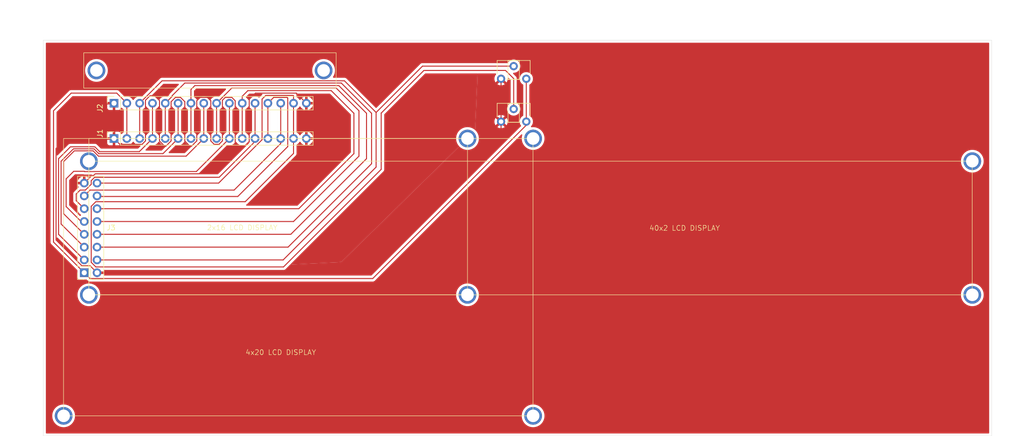
<source format=kicad_pcb>
(kicad_pcb (version 20240108) (generator "pcbnew") (generator_version "8.0")
  (layers (0 "F.Cu" signal) (31 "B.Cu" signal) (34 "B.Paste" user) (35 "F.Paste" user) (36 "B.SilkS" user "B.Silkscreen") (37 "F.SilkS" user "F.Silkscreen") (38 "B.Mask" user) (39 "F.Mask" user) (44 "Edge.Cuts" user))
  (net 0 "")
  (net 1 "GND")
  (net 2 "Net-(J1-Pin_6)")
  (net 3 "VDD")
  (net 4 "Net-(J1-Pin_10)")
  (net 5 "Net-(J1-Pin_9)")
  (net 6 "Net-(J1-Pin_14)")
  (net 7 "Net-(J1-Pin_15)")
  (net 8 "Net-(J1-Pin_11)")
  (net 9 "Net-(J1-Pin_5)")
  (net 10 "Net-(J1-Pin_12)")
  (net 11 "Net-(J1-Pin_8)")
  (net 12 "Net-(J1-Pin_7)")
  (net 13 "Net-(J1-Pin_3)")
  (net 14 "Net-(J1-Pin_4)")
  (net 15 "Net-(J1-Pin_13)")
  (footprint "Connector_PinSocket_2.54mm:PinSocket_2x08_P2.54mm_Vertical" (layer "F.Cu") (at 53.58 109.62 180)
    (property "Reference" "J3" (at -5.32 8.92 0) (layer "F.SilkS"))
    (property "Value" "Conn_02x08_Odd_Even" (hide yes))
    (fp_line (start 1.33 1.27) (end 1.33 19.11) (stroke (width 0.12)) (layer "F.SilkS"))
    (fp_line (start 1.33 -1.33) (end 1.33 0) (stroke (width 0.12)) (layer "F.SilkS"))
    (fp_line (start 0 -1.33) (end 1.33 -1.33) (stroke (width 0.12)) (layer "F.SilkS"))
    (fp_line (start -1.27 1.27) (end 1.33 1.27) (stroke (width 0.12)) (layer "F.SilkS"))
    (fp_line (start -1.27 -1.33) (end -1.27 1.27) (stroke (width 0.12)) (layer "F.SilkS"))
    (fp_line (start -3.87 19.11) (end 1.33 19.11) (stroke (width 0.12)) (layer "F.SilkS"))
    (fp_line (start -3.87 -1.33) (end -1.27 -1.33) (stroke (width 0.12)) (layer "F.SilkS"))
    (fp_line (start -3.87 -1.33) (end -3.87 19.11) (stroke (width 0.12)) (layer "F.SilkS"))
    (pad "1" thru_hole oval (at -2.54 0 180) (size 1.7 1.7) (drill 1) (layers "*.Cu" "*.Mask") (net 1 "GND"))
    (pad "2" thru_hole rect (at 0 0 180) (size 1.7 1.7) (drill 1) (layers "*.Cu" "*.Mask") (net 3 "VDD"))
    (pad "3" thru_hole oval (at -2.54 2.54 180) (size 1.7 1.7) (drill 1) (layers "*.Cu" "*.Mask") (net 13 "Net-(J1-Pin_3)"))
    (pad "4" thru_hole oval (at 0 2.54 180) (size 1.7 1.7) (drill 1) (layers "*.Cu" "*.Mask") (net 14 "Net-(J1-Pin_4)"))
    (pad "5" thru_hole oval (at -2.54 5.08 180) (size 1.7 1.7) (drill 1) (layers "*.Cu" "*.Mask") (net 9 "Net-(J1-Pin_5)"))
    (pad "6" thru_hole oval (at 0 5.08 180) (size 1.7 1.7) (drill 1) (layers "*.Cu" "*.Mask") (net 2 "Net-(J1-Pin_6)"))
    (pad "7" thru_hole oval (at -2.54 7.62 180) (size 1.7 1.7) (drill 1) (layers "*.Cu" "*.Mask") (net 12 "Net-(J1-Pin_7)"))
    (pad "8" thru_hole oval (at 0 7.62 180) (size 1.7 1.7) (drill 1) (layers "*.Cu" "*.Mask") (net 11 "Net-(J1-Pin_8)"))
    (pad "9" thru_hole oval (at -2.54 10.16 180) (size 1.7 1.7) (drill 1) (layers "*.Cu" "*.Mask") (net 5 "Net-(J1-Pin_9)"))
    (pad "10" thru_hole oval (at 0 10.16 180) (size 1.7 1.7) (drill 1) (layers "*.Cu" "*.Mask") (net 4 "Net-(J1-Pin_10)"))
    (pad "11" thru_hole oval (at -2.54 12.7 180) (size 1.7 1.7) (drill 1) (layers "*.Cu" "*.Mask") (net 8 "Net-(J1-Pin_11)"))
    (pad "12" thru_hole oval (at 0 12.7 180) (size 1.7 1.7) (drill 1) (layers "*.Cu" "*.Mask") (net 10 "Net-(J1-Pin_12)"))
    (pad "13" thru_hole oval (at -2.54 15.24 180) (size 1.7 1.7) (drill 1) (layers "*.Cu" "*.Mask") (net 15 "Net-(J1-Pin_13)"))
    (pad "14" thru_hole oval (at 0 15.24 180) (size 1.7 1.7) (drill 1) (layers "*.Cu" "*.Mask") (net 6 "Net-(J1-Pin_14)"))
    (pad "15" thru_hole oval (at -2.54 17.78 180) (size 1.7 1.7) (drill 1) (layers "*.Cu" "*.Mask") (net 7 "Net-(J1-Pin_15)"))
    (pad "16" thru_hole oval (at 0 17.78 180) (size 1.7 1.7) (drill 1) (layers "*.Cu" "*.Mask") (net 1 "GND"))
  )
  (footprint "Connector_PinSocket_2.54mm:PinSocket_1x16_P2.54mm_Vertical" (layer "F.Cu") (at 59.48 83 90)
    (property "Reference" "J1" (at 1 -2.77 90) (layer "F.SilkS"))
    (property "Value" "Conn_01x16_Pin" (hide yes))
    (fp_line (start 1.33 -1.33) (end 1.33 0) (stroke (width 0.12)) (layer "F.SilkS"))
    (fp_line (start 0 -1.33) (end 1.33 -1.33) (stroke (width 0.12)) (layer "F.SilkS"))
    (fp_line (start 1.33 1.27) (end 1.33 39.43) (stroke (width 0.12)) (layer "F.SilkS"))
    (fp_line (start -1.33 1.27) (end 1.33 1.27) (stroke (width 0.12)) (layer "F.SilkS"))
    (fp_line (start -1.33 1.27) (end -1.33 39.43) (stroke (width 0.12)) (layer "F.SilkS"))
    (fp_line (start -1.33 39.43) (end 1.33 39.43) (stroke (width 0.12)) (layer "F.SilkS"))
    (pad "1" thru_hole rect (at 0 0 90) (size 1.7 1.7) (drill 1) (layers "*.Cu" "*.Mask") (net 1 "GND"))
    (pad "2" thru_hole oval (at 0 2.54 90) (size 1.7 1.7) (drill 1) (layers "*.Cu" "*.Mask") (net 3 "VDD"))
    (pad "3" thru_hole oval (at 0 5.08 90) (size 1.7 1.7) (drill 1) (layers "*.Cu" "*.Mask") (net 13 "Net-(J1-Pin_3)"))
    (pad "4" thru_hole oval (at 0 7.62 90) (size 1.7 1.7) (drill 1) (layers "*.Cu" "*.Mask") (net 14 "Net-(J1-Pin_4)"))
    (pad "5" thru_hole oval (at 0 10.16 90) (size 1.7 1.7) (drill 1) (layers "*.Cu" "*.Mask") (net 9 "Net-(J1-Pin_5)"))
    (pad "6" thru_hole oval (at 0 12.7 90) (size 1.7 1.7) (drill 1) (layers "*.Cu" "*.Mask") (net 2 "Net-(J1-Pin_6)"))
    (pad "7" thru_hole oval (at 0 15.24 90) (size 1.7 1.7) (drill 1) (layers "*.Cu" "*.Mask") (net 12 "Net-(J1-Pin_7)"))
    (pad "8" thru_hole oval (at 0 17.78 90) (size 1.7 1.7) (drill 1) (layers "*.Cu" "*.Mask") (net 11 "Net-(J1-Pin_8)"))
    (pad "9" thru_hole oval (at 0 20.32 90) (size 1.7 1.7) (drill 1) (layers "*.Cu" "*.Mask") (net 5 "Net-(J1-Pin_9)"))
    (pad "10" thru_hole oval (at 0 22.86 90) (size 1.7 1.7) (drill 1) (layers "*.Cu" "*.Mask") (net 4 "Net-(J1-Pin_10)"))
    (pad "11" thru_hole oval (at 0 25.4 90) (size 1.7 1.7) (drill 1) (layers "*.Cu" "*.Mask") (net 8 "Net-(J1-Pin_11)"))
    (pad "12" thru_hole oval (at 0 27.94 90) (size 1.7 1.7) (drill 1) (layers "*.Cu" "*.Mask") (net 10 "Net-(J1-Pin_12)"))
    (pad "13" thru_hole oval (at 0 30.48 90) (size 1.7 1.7) (drill 1) (layers "*.Cu" "*.Mask") (net 15 "Net-(J1-Pin_13)"))
    (pad "14" thru_hole oval (at 0 33.02 90) (size 1.7 1.7) (drill 1) (layers "*.Cu" "*.Mask") (net 6 "Net-(J1-Pin_14)"))
    (pad "15" thru_hole oval (at 0 35.56 90) (size 1.7 1.7) (drill 1) (layers "*.Cu" "*.Mask") (net 7 "Net-(J1-Pin_15)"))
    (pad "16" thru_hole oval (at 0 38.1 90) (size 1.7 1.7) (drill 1) (layers "*.Cu" "*.Mask") (net 1 "GND"))
  )
  (footprint "Potentiometer_THT:Potentiometer_ACP_CA6-H2,5_Horizontal" (layer "F.Cu") (at 136.15 79.65 90)
    (property "Reference" "RV2" (hide yes))
    (property "Value" "10k")
    (fp_line (start 3.62 -0.77) (end 3.62 5.77) (stroke (width 0.12)) (layer "F.SilkS"))
    (fp_line (start 0.925 -0.77) (end 3.62 -0.77) (stroke (width 0.12)) (layer "F.SilkS"))
    (fp_line (start -0.121 1.066) (end -0.121 3.935) (stroke (width 0.12)) (layer "F.SilkS"))
    (fp_line (start 3.62 1.38) (end 3.62 3.62) (stroke (width 0.12)) (layer "F.SilkS"))
    (fp_line (start -0.121 1.38) (end 3.62 1.38) (stroke (width 0.12)) (layer "F.SilkS"))
    (fp_line (start -0.121 1.38) (end -0.121 3.62) (stroke (width 0.12)) (layer "F.SilkS"))
    (fp_line (start -0.121 3.62) (end 3.62 3.62) (stroke (width 0.12)) (layer "F.SilkS"))
    (fp_line (start 0.925 5.77) (end 3.62 5.77) (stroke (width 0.12)) (layer "F.SilkS"))
    (pad "1" thru_hole circle (at 0 0 90) (size 1.62 1.62) (drill 0.9) (layers "*.Cu" "*.Mask") (net 1 "GND"))
    (pad "2" thru_hole circle (at 2.5 2.5 90) (size 1.62 1.62) (drill 0.9) (layers "*.Cu" "*.Mask") (net 7 "Net-(J1-Pin_15)"))
    (pad "3" thru_hole circle (at 0 5 90) (size 1.62 1.62) (drill 0.9) (layers "*.Cu" "*.Mask") (net 3 "VDD"))
  )
  (footprint "Connector_PinSocket_2.54mm:PinSocket_1x16_P2.54mm_Vertical" (layer "F.Cu") (at 59.48 76 90)
    (property "Reference" "J2" (at -1 -2.77 90) (layer "F.SilkS"))
    (property "Value" "Conn_01x16_Pin" (hide yes))
    (fp_line (start 1.33 -1.33) (end 1.33 0) (stroke (width 0.12)) (layer "F.SilkS"))
    (fp_line (start 0 -1.33) (end 1.33 -1.33) (stroke (width 0.12)) (layer "F.SilkS"))
    (fp_line (start 1.33 1.27) (end 1.33 39.43) (stroke (width 0.12)) (layer "F.SilkS"))
    (fp_line (start -1.33 1.27) (end 1.33 1.27) (stroke (width 0.12)) (layer "F.SilkS"))
    (fp_line (start -1.33 1.27) (end -1.33 39.43) (stroke (width 0.12)) (layer "F.SilkS"))
    (fp_line (start -1.33 39.43) (end 1.33 39.43) (stroke (width 0.12)) (layer "F.SilkS"))
    (pad "1" thru_hole rect (at 0 0 90) (size 1.7 1.7) (drill 1) (layers "*.Cu" "*.Mask") (net 1 "GND"))
    (pad "2" thru_hole oval (at 0 2.54 90) (size 1.7 1.7) (drill 1) (layers "*.Cu" "*.Mask") (net 3 "VDD"))
    (pad "3" thru_hole oval (at 0 5.08 90) (size 1.7 1.7) (drill 1) (layers "*.Cu" "*.Mask") (net 13 "Net-(J1-Pin_3)"))
    (pad "4" thru_hole oval (at 0 7.62 90) (size 1.7 1.7) (drill 1) (layers "*.Cu" "*.Mask") (net 14 "Net-(J1-Pin_4)"))
    (pad "5" thru_hole oval (at 0 10.16 90) (size 1.7 1.7) (drill 1) (layers "*.Cu" "*.Mask") (net 9 "Net-(J1-Pin_5)"))
    (pad "6" thru_hole oval (at 0 12.7 90) (size 1.7 1.7) (drill 1) (layers "*.Cu" "*.Mask") (net 2 "Net-(J1-Pin_6)"))
    (pad "7" thru_hole oval (at 0 15.24 90) (size 1.7 1.7) (drill 1) (layers "*.Cu" "*.Mask") (net 12 "Net-(J1-Pin_7)"))
    (pad "8" thru_hole oval (at 0 17.78 90) (size 1.7 1.7) (drill 1) (layers "*.Cu" "*.Mask") (net 11 "Net-(J1-Pin_8)"))
    (pad "9" thru_hole oval (at 0 20.32 90) (size 1.7 1.7) (drill 1) (layers "*.Cu" "*.Mask") (net 5 "Net-(J1-Pin_9)"))
    (pad "10" thru_hole oval (at 0 22.86 90) (size 1.7 1.7) (drill 1) (layers "*.Cu" "*.Mask") (net 4 "Net-(J1-Pin_10)"))
    (pad "11" thru_hole oval (at 0 25.4 90) (size 1.7 1.7) (drill 1) (layers "*.Cu" "*.Mask") (net 8 "Net-(J1-Pin_11)"))
    (pad "12" thru_hole oval (at 0 27.94 90) (size 1.7 1.7) (drill 1) (layers "*.Cu" "*.Mask") (net 10 "Net-(J1-Pin_12)"))
    (pad "13" thru_hole oval (at 0 30.48 90) (size 1.7 1.7) (drill 1) (layers "*.Cu" "*.Mask") (net 15 "Net-(J1-Pin_13)"))
    (pad "14" thru_hole oval (at 0 33.02 90) (size 1.7 1.7) (drill 1) (layers "*.Cu" "*.Mask") (net 6 "Net-(J1-Pin_14)"))
    (pad "15" thru_hole oval (at 0 35.56 90) (size 1.7 1.7) (drill 1) (layers "*.Cu" "*.Mask") (net 7 "Net-(J1-Pin_15)"))
    (pad "16" thru_hole oval (at 0 38.1 90) (size 1.7 1.7) (drill 1) (layers "*.Cu" "*.Mask") (net 1 "GND"))
  )
  (footprint "Potentiometer_THT:Potentiometer_ACP_CA6-H2,5_Horizontal" (layer "F.Cu") (at 136.15 71.15 90)
    (property "Reference" "RV1" (hide yes))
    (property "Value" "10k")
    (fp_line (start 3.62 -0.77) (end 3.62 5.77) (stroke (width 0.12)) (layer "F.SilkS"))
    (fp_line (start 0.925 -0.77) (end 3.62 -0.77) (stroke (width 0.12)) (layer "F.SilkS"))
    (fp_line (start -0.121 1.066) (end -0.121 3.935) (stroke (width 0.12)) (layer "F.SilkS"))
    (fp_line (start 3.62 1.38) (end 3.62 3.62) (stroke (width 0.12)) (layer "F.SilkS"))
    (fp_line (start -0.121 1.38) (end 3.62 1.38) (stroke (width 0.12)) (layer "F.SilkS"))
    (fp_line (start -0.121 1.38) (end -0.121 3.62) (stroke (width 0.12)) (layer "F.SilkS"))
    (fp_line (start -0.121 3.62) (end 3.62 3.62) (stroke (width 0.12)) (layer "F.SilkS"))
    (fp_line (start 0.925 5.77) (end 3.62 5.77) (stroke (width 0.12)) (layer "F.SilkS"))
    (pad "1" thru_hole circle (at 0 0 90) (size 1.62 1.62) (drill 0.9) (layers "*.Cu" "*.Mask") (net 1 "GND"))
    (pad "2" thru_hole circle (at 2.5 2.5 90) (size 1.62 1.62) (drill 0.9) (layers "*.Cu" "*.Mask") (net 13 "Net-(J1-Pin_3)"))
    (pad "3" thru_hole circle (at 0 5 90) (size 1.62 1.62) (drill 0.9) (layers "*.Cu" "*.Mask") (net 3 "VDD"))
  )
  (gr_rect (start 54.5 83) (end 129.5 114) (stroke (width 0.1)) (fill none) (layer "F.SilkS"))
  (gr_rect (start 54.48 87.5) (end 229.48 114) (stroke (width 0.1)) (fill none) (layer "F.SilkS"))
  (gr_rect (start 53.48 66) (end 103.48 73) (stroke (width 0.1)) (fill none) (layer "F.SilkS"))
  (gr_rect (start 49.48 83) (end 142.48 138) (stroke (width 0.1)) (fill none) (layer "F.SilkS"))
  (gr_rect (start 45.48 63.5) (end 233.34 142) (stroke (width 0.05)) (fill none) (layer "Edge.Cuts"))
  (gr_text "40x2 LCD DISPLAY\n" (at 165.48 101.35 0) (layer "F.SilkS") (effects (font (size 1 1) (thickness 0.1)) (justify left bottom)))
  (gr_text "4x20 LCD DISPLAY\n" (at 85.48 126 0) (layer "F.SilkS") (effects (font (size 1 1) (thickness 0.1)) (justify left bottom)))
  (gr_text "2x16 LCD DISPLAY\n" (at 77.84 101.26 0) (layer "F.SilkS") (effects (font (size 1 1) (thickness 0.1)) (justify left bottom)))
  (via (at 229.5 87.5) (size 3.5) (drill 2.5) (layers "F.Cu" "B.Cu") (net 0))
  (via (at 54.5 87.5) (size 3.5) (drill 2.5) (layers "F.Cu" "B.Cu") (net 0))
  (via (at 229.5 114) (size 3.5) (drill 2.5) (layers "F.Cu" "B.Cu") (net 0))
  (via (at 49.5 138) (size 3.5) (drill 2.5) (layers "F.Cu" "B.Cu") (net 0))
  (via (at 101 69.5) (size 3.5) (drill 2.5) (layers "F.Cu" "B.Cu") (net 0))
  (via (at 142.5 83) (size 3.5) (drill 2.5) (layers "F.Cu" "B.Cu") (net 0))
  (via (at 54.5 114) (size 3.5) (drill 2.5) (layers "F.Cu" "B.Cu") (net 0))
  (via (at 142.5 138) (size 3.5) (drill 2.5) (layers "F.Cu" "B.Cu") (net 0))
  (via (at 56 69.5) (size 3.5) (drill 2.5) (layers "F.Cu" "B.Cu") (net 0))
  (via (at 129.5 114) (size 3.5) (drill 2.5) (layers "F.Cu" "B.Cu") (net 0))
  (via (at 129.5 83) (size 3.5) (drill 2.5) (layers "F.Cu" "B.Cu") (net 0))
  (segment (start 55.767968 90) (end 79.854314 90) (width 0.2) (layer "F.Cu") (net 1))
  (segment (start 55.07 90.35) (end 55.417968 90.35) (width 0.2) (layer "F.Cu") (net 1))
  (segment (start 86.27 75.23) (end 87.5 74) (width 0.2) (layer "F.Cu") (net 1))
  (segment (start 48 85) (end 48 103.126346) (width 0.2) (layer "F.Cu") (net 1))
  (segment (start 67.5 74.5) (end 66.625686 74.5) (width 0.2) (layer "F.Cu") (net 1))
  (segment (start 78.65 83.476346) (end 78.65 75.523654) (width 0.2) (layer "F.Cu") (net 1))
  (segment (start 65.71 75.415686) (end 65.71 83.476346) (width 0.2) (layer "F.Cu") (net 1))
  (segment (start 136.15 83.85) (end 110.38 109.62) (width 0.2) (layer "F.Cu") (net 1))
  (segment (start 72.656346 74.85) (end 71.65 74.85) (width 0.2) (layer "F.Cu") (net 1))
  (segment (start 78.65 75.523654) (end 77.976346 74.85) (width 0.2) (layer "F.Cu") (net 1))
  (segment (start 55.417968 90.35) (end 55.767968 90) (width 0.2) (layer "F.Cu") (net 1))
  (segment (start 95.58 74) (end 97.58 76) (width 0.2) (layer "F.Cu") (net 1))
  (segment (start 69.766346 84.5) (end 69.5 84.5) (width 0.2) (layer "F.Cu") (net 1))
  (segment (start 65.71 83.476346) (end 65.036346 84.15) (width 0.2) (layer "F.Cu") (net 1))
  (segment (start 75.87 83.476346) (end 74.846346 84.5) (width 0.2) (layer "F.Cu") (net 1))
  (segment (start 80.95 83.476346) (end 80.276346 84.15) (width 0.2) (layer "F.Cu") (net 1))
  (segment (start 79.854314 90) (end 84.677157 85.177157) (width 0.2) (layer "F.Cu") (net 1))
  (segment (start 87.5 74) (end 95.58 74) (width 0.2) (layer "F.Cu") (net 1))
  (segment (start 81.515686 74.85) (end 80.95 75.415686) (width 0.2) (layer "F.Cu") (net 1))
  (segment (start 59.48 83) (end 50 83) (width 0.2) (layer "F.Cu") (net 1))
  (segment (start 83.49 75.523654) (end 82.816346 74.85) (width 0.2) (layer "F.Cu") (net 1))
  (segment (start 71.65 74.85) (end 70.79 75.71) (width 0.2) (layer "F.Cu") (net 1))
  (segment (start 84.677157 85.177157) (end 83.49 83.99) (width 0.2) (layer "F.Cu") (net 1))
  (segment (start 136.15 79.65) (end 135.65 79.65) (width 0.2) (layer "F.Cu") (net 1))
  (segment (start 48 103.126346) (end 53.103654 108.23) (width 0.2) (layer "F.Cu") (net 1))
  (segment (start 55.417968 90.35) (end 55.35 90.35) (width 0.2) (layer "F.Cu") (net 1))
  (segment (start 50 83) (end 48 85) (width 0.2) (layer "F.Cu") (net 1))
  (segment (start 60.63 84.15) (end 59.48 83) (width 0.2) (layer "F.Cu") (net 1))
  (segment (start 83.49 83.99) (end 83.49 75.523654) (width 0.2) (layer "F.Cu") (net 1))
  (segment (start 80.95 75.415686) (end 80.95 83.476346) (width 0.2) (layer "F.Cu") (net 1))
  (segment (start 70.79 83.476346) (end 69.766346 84.5) (width 0.2) (layer "F.Cu") (net 1))
  (segment (start 79.323654 84.15) (end 78.65 83.476346) (width 0.2) (layer "F.Cu") (net 1))
  (segment (start 68.49 75.49) (end 67.5 74.5) (width 0.2) (layer "F.Cu") (net 1))
  (segment (start 84.677157 85.177157) (end 86.27 83.584314) (width 0.2) (layer "F.Cu") (net 1))
  (segment (start 74.5 84.5) (end 73.5 83.5) (width 0.2) (layer "F.Cu") (net 1))
  (segment (start 54.73 108.23) (end 56.12 109.62) (width 0.2) (layer "F.Cu") (net 1))
  (segment (start 75.87 75.523654) (end 75.87 83.476346) (width 0.2) (layer "F.Cu") (net 1))
  (segment (start 136.15 79.65) (end 136.15 83.85) (width 0.2) (layer "F.Cu") (net 1))
  (segment (start 69.5 84.5) (end 68.49 83.49) (width 0.2) (layer "F.Cu") (net 1))
  (segment (start 66.625686 74.5) (end 65.71 75.415686) (width 0.2) (layer "F.Cu") (net 1))
  (segment (start 73.5 75.693654) (end 72.656346 74.85) (width 0.2) (layer "F.Cu") (net 1))
  (segment (start 82.816346 74.85) (end 81.515686 74.85) (width 0.2) (layer "F.Cu") (net 1))
  (segment (start 70.79 75.71) (end 70.79 83.476346) (width 0.2) (layer "F.Cu") (net 1))
  (segment (start 73.5 83.5) (end 73.5 75.693654) (width 0.2) (layer "F.Cu") (net 1))
  (segment (start 86.27 83.584314) (end 86.27 75.23) (width 0.2) (layer "F.Cu") (net 1))
  (segment (start 80.276346 84.15) (end 79.323654 84.15) (width 0.2) (layer "F.Cu") (net 1))
  (segment (start 53.58 91.84) (end 55.07 90.35) (width 0.2) (layer "F.Cu") (net 1))
  (segment (start 68.49 83.49) (end 68.49 75.49) (width 0.2) (layer "F.Cu") (net 1))
  (segment (start 74.846346 84.5) (end 74.5 84.5) (width 0.2) (layer "F.Cu") (net 1))
  (segment (start 76.543654 74.85) (end 75.87 75.523654) (width 0.2) (layer "F.Cu") (net 1))
  (segment (start 77.976346 74.85) (end 76.543654 74.85) (width 0.2) (layer "F.Cu") (net 1))
  (segment (start 59.48 76) (end 59.48 83) (width 0.2) (layer "F.Cu") (net 1))
  (segment (start 136.15 79.65) (end 136.15 71.15) (width 0.2) (layer "F.Cu") (net 1))
  (segment (start 53.103654 108.23) (end 54.73 108.23) (width 0.2) (layer "F.Cu") (net 1))
  (segment (start 97.58 76) (end 97.58 83) (width 0.2) (layer "F.Cu") (net 1))
  (segment (start 65.036346 84.15) (end 60.63 84.15) (width 0.2) (layer "F.Cu") (net 1))
  (segment (start 110.38 109.62) (end 56.12 109.62) (width 0.2) (layer "F.Cu") (net 1))
  (segment (start 49 99.96) (end 49 87.5) (width 0.2) (layer "F.Cu") (net 2))
  (segment (start 69.18 86) (end 72.18 83) (width 0.2) (layer "F.Cu") (net 2))
  (segment (start 56.464824 86) (end 69.18 86) (width 0.2) (layer "F.Cu") (net 2))
  (segment (start 49 87.5) (end 51.45 85.05) (width 0.2) (layer "F.Cu") (net 2))
  (segment (start 53.58 104.54) (end 49 99.96) (width 0.2) (layer "F.Cu") (net 2))
  (segment (start 72.18 76) (end 72.18 83) (width 0.2) (layer "F.Cu") (net 2))
  (segment (start 55.514824 85.05) (end 56.464824 86) (width 0.2) (layer "F.Cu") (net 2))
  (segment (start 51.45 85.05) (end 55.514824 85.05) (width 0.2) (layer "F.Cu") (net 2))
  (segment (start 62.02 76) (end 60.02 74) (width 0.2) (layer "F.Cu") (net 3))
  (segment (start 54.73 110.77) (end 53.58 109.62) (width 0.2) (layer "F.Cu") (net 3))
  (segment (start 110.73 110.77) (end 54.73 110.77) (width 0.2) (layer "F.Cu") (net 3))
  (segment (start 53.58 109.62) (end 47.5 103.54) (width 0.2) (layer "F.Cu") (net 3))
  (segment (start 141.15 79.65) (end 141.15 80.35) (width 0.2) (layer "F.Cu") (net 3))
  (segment (start 62.02 76) (end 62.02 83) (width 0.2) (layer "F.Cu") (net 3))
  (segment (start 47.5 103.54) (end 47.5 77.5) (width 0.2) (layer "F.Cu") (net 3))
  (segment (start 141.15 71.15) (end 141.15 79.65) (width 0.2) (layer "F.Cu") (net 3))
  (segment (start 141.15 80.35) (end 110.73 110.77) (width 0.2) (layer "F.Cu") (net 3))
  (segment (start 60.02 74) (end 51 74) (width 0.2) (layer "F.Cu") (net 3))
  (segment (start 47.5 77.5) (end 51 74) (width 0.2) (layer "F.Cu") (net 3))
  (segment (start 50 96.5) (end 50 91) (width 0.2) (layer "F.Cu") (net 4))
  (segment (start 51.5 89.5) (end 53.600862 89.5) (width 0.2) (layer "F.Cu") (net 4))
  (segment (start 53.650862 89.55) (end 75.79 89.55) (width 0.2) (layer "F.Cu") (net 4))
  (segment (start 53.58 99.46) (end 52.96 99.46) (width 0.2) (layer "F.Cu") (net 4))
  (segment (start 52.96 99.46) (end 50 96.5) (width 0.2) (layer "F.Cu") (net 4))
  (segment (start 75.79 89.55) (end 82.34 83) (width 0.2) (layer "F.Cu") (net 4))
  (segment (start 50 91) (end 51.5 89.5) (width 0.2) (layer "F.Cu") (net 4))
  (segment (start 82.34 76) (end 82.34 83) (width 0.2) (layer "F.Cu") (net 4))
  (segment (start 53.600862 89.5) (end 53.650862 89.55) (width 0.2) (layer "F.Cu") (net 4))
  (segment (start 108 86.5) (end 108 77.5) (width 0.2) (layer "F.Cu") (net 5))
  (segment (start 56.12 99.46) (end 95.04 99.46) (width 0.2) (layer "F.Cu") (net 5))
  (segment (start 82.8 73) (end 79.8 76) (width 0.2) (layer "F.Cu") (net 5))
  (segment (start 103.5 73) (end 82.8 73) (width 0.2) (layer "F.Cu") (net 5))
  (segment (start 79.8 76) (end 79.8 83) (width 0.2) (layer "F.Cu") (net 5))
  (segment (start 108 77.5) (end 103.5 73) (width 0.2) (layer "F.Cu") (net 5))
  (segment (start 95.04 99.46) (end 108 86.5) (width 0.2) (layer "F.Cu") (net 5))
  (segment (start 54.73 93.23) (end 83.27 93.23) (width 0.2) (layer "F.Cu") (net 6))
  (segment (start 92.5 84) (end 92.5 83) (width 0.2) (layer "F.Cu") (net 6))
  (segment (start 83.27 93.23) (end 92.5 84) (width 0.2) (layer "F.Cu") (net 6))
  (segment (start 92.5 76) (end 92.5 83) (width 0.2) (layer "F.Cu") (net 6))
  (segment (start 53.58 94.38) (end 54.73 93.23) (width 0.2) (layer "F.Cu") (net 6))
  (segment (start 88.81 75.19) (end 89.55 74.45) (width 0.2) (layer "F.Cu") (net 7))
  (segment (start 94.95 74.45) (end 95.04 74.54) (width 0.2) (layer "F.Cu") (net 7))
  (segment (start 54.97 96.443654) (end 55.883654 95.53) (width 0.2) (layer "F.Cu") (net 7))
  (segment (start 56.12 91.84) (end 80.206346 91.84) (width 0.2) (layer "F.Cu") (net 7))
  (segment (start 120.87 69.5) (end 112.41 77.96) (width 0.2) (layer "F.Cu") (net 7))
  (segment (start 55.883654 95.53) (end 85.47 95.53) (width 0.2) (layer "F.Cu") (net 7))
  (segment (start 138.65 71.115111) (end 137.034889 69.5) (width 0.2) (layer "F.Cu") (net 7))
  (segment (start 112.41 89.11) (end 93.05 108.47) (width 0.2) (layer "F.Cu") (net 7))
  (segment (start 80.523173 91.523173) (end 88.81 83.236346) (width 0.2) (layer "F.Cu") (net 7))
  (segment (start 80.206346 91.84) (end 80.523173 91.523173) (width 0.2) (layer "F.Cu") (net 7))
  (segment (start 95.04 76) (end 95.04 83) (width 0.2) (layer "F.Cu") (net 7))
  (segment (start 95.04 85.96) (end 95.04 83) (width 0.2) (layer "F.Cu") (net 7))
  (segment (start 95.04 74.54) (end 95.04 83) (width 0.2) (layer "F.Cu") (net 7))
  (segment (start 54.97 107.556346) (end 54.97 96.443654) (width 0.2) (layer "F.Cu") (net 7))
  (segment (start 89.55 74.45) (end 94.95 74.45) (width 0.2) (layer "F.Cu") (net 7))
  (segment (start 55.883654 108.47) (end 54.97 107.556346) (width 0.2) (layer "F.Cu") (net 7))
  (segment (start 138.65 77.15) (end 138.65 71.115111) (width 0.2) (layer "F.Cu") (net 7))
  (segment (start 56.12 91.84) (end 55.940862 91.84) (width 0.2) (layer "F.Cu") (net 7))
  (segment (start 137.034889 69.5) (end 120.87 69.5) (width 0.2) (layer "F.Cu") (net 7))
  (segment (start 85.47 95.53) (end 95.04 85.96) (width 0.2) (layer "F.Cu") (net 7))
  (segment (start 112.41 77.96) (end 112.41 89.11) (width 0.2) (layer "F.Cu") (net 7))
  (segment (start 88.81 83.236346) (end 88.81 75.19) (width 0.2) (layer "F.Cu") (net 7))
  (segment (start 93.05 108.47) (end 55.883654 108.47) (width 0.2) (layer "F.Cu") (net 7))
  (segment (start 84.88 76) (end 84.88 83) (width 0.2) (layer "F.Cu") (net 8))
  (segment (start 107 86) (end 107 78) (width 0.2) (layer "F.Cu") (net 8))
  (segment (start 56.12 96.92) (end 96.08 96.92) (width 0.2) (layer "F.Cu") (net 8))
  (segment (start 86 73.5) (end 84.88 74.62) (width 0.2) (layer "F.Cu") (net 8))
  (segment (start 102.5 73.5) (end 86 73.5) (width 0.2) (layer "F.Cu") (net 8))
  (segment (start 96.08 96.92) (end 107 86) (width 0.2) (layer "F.Cu") (net 8))
  (segment (start 84.88 74.62) (end 84.88 76) (width 0.2) (layer "F.Cu") (net 8))
  (segment (start 107 78) (end 102.5 73.5) (width 0.2) (layer "F.Cu") (net 8))
  (segment (start 56.12 104.54) (end 93.96 104.54) (width 0.2) (layer "F.Cu") (net 9))
  (segment (start 73.5 72) (end 71 74.5) (width 0.2) (layer "F.Cu") (net 9))
  (segment (start 71 74.5) (end 71 74.64) (width 0.2) (layer "F.Cu") (net 9))
  (segment (start 104.5 72) (end 73.5 72) (width 0.2) (layer "F.Cu") (net 9))
  (segment (start 110.5 78) (end 104.5 72) (width 0.2) (layer "F.Cu") (net 9))
  (segment (start 93.96 104.54) (end 110.5 88) (width 0.2) (layer "F.Cu") (net 9))
  (segment (start 71 74.64) (end 69.64 76) (width 0.2) (layer "F.Cu") (net 9))
  (segment (start 110.5 88) (end 110.5 78) (width 0.2) (layer "F.Cu") (net 9))
  (segment (start 69.64 76) (end 69.64 83) (width 0.2) (layer "F.Cu") (net 9))
  (segment (start 55.643654 90.69) (end 80.31 90.69) (width 0.2) (layer "F.Cu") (net 10))
  (segment (start 53.816346 93.23) (end 54.97 92.076346) (width 0.2) (layer "F.Cu") (net 10))
  (segment (start 87.42 76) (end 87.42 83) (width 0.2) (layer "F.Cu") (net 10))
  (segment (start 52 95.34) (end 52 94) (width 0.2) (layer "F.Cu") (net 10))
  (segment (start 54.97 91.363654) (end 55.643654 90.69) (width 0.2) (layer "F.Cu") (net 10))
  (segment (start 52.77 93.23) (end 53.816346 93.23) (width 0.2) (layer "F.Cu") (net 10))
  (segment (start 52 94) (end 52.77 93.23) (width 0.2) (layer "F.Cu") (net 10))
  (segment (start 80.31 90.69) (end 87.42 83.58) (width 0.2) (layer "F.Cu") (net 10))
  (segment (start 54.97 92.076346) (end 54.97 91.363654) (width 0.2) (layer "F.Cu") (net 10))
  (segment (start 87.42 83.58) (end 87.42 83) (width 0.2) (layer "F.Cu") (net 10))
  (segment (start 53.58 96.92) (end 52 95.34) (width 0.2) (layer "F.Cu") (net 10))
  (segment (start 49.5 97.92) (end 49.5 87.565686) (width 0.2) (layer "F.Cu") (net 11))
  (segment (start 51.615686 85.45) (end 55.349138 85.45) (width 0.2) (layer "F.Cu") (net 11))
  (segment (start 49.5 87.565686) (end 51.615686 85.45) (width 0.2) (layer "F.Cu") (net 11))
  (segment (start 53.58 102) (end 49.5 97.92) (width 0.2) (layer "F.Cu") (net 11))
  (segment (start 73.76 86.5) (end 77.26 83) (width 0.2) (layer "F.Cu") (net 11))
  (segment (start 55.349138 85.45) (end 56.399138 86.5) (width 0.2) (layer "F.Cu") (net 11))
  (segment (start 56.399138 86.5) (end 73.76 86.5) (width 0.2) (layer "F.Cu") (net 11))
  (segment (start 77.26 76) (end 77.26 83) (width 0.2) (layer "F.Cu") (net 11))
  (segment (start 104 72.5) (end 75.5 72.5) (width 0.2) (layer "F.Cu") (net 12))
  (segment (start 56.12 102) (end 94.5 102) (width 0.2) (layer "F.Cu") (net 12))
  (segment (start 109.5 78) (end 104 72.5) (width 0.2) (layer "F.Cu") (net 12))
  (segment (start 109.5 87) (end 109.5 78) (width 0.2) (layer "F.Cu") (net 12))
  (segment (start 74.72 73.28) (end 74.72 76) (width 0.2) (layer "F.Cu") (net 12))
  (segment (start 94.5 102) (end 109.5 87) (width 0.2) (layer "F.Cu") (net 12))
  (segment (start 75.5 72.5) (end 74.72 73.28) (width 0.2) (layer "F.Cu") (net 12))
  (segment (start 74.72 76) (end 74.72 83) (width 0.2) (layer "F.Cu") (net 12))
  (segment (start 111.4 88.665686) (end 111.4 77.834314) (width 0.2) (layer "F.Cu") (net 13))
  (segment (start 120.584314 68.65) (end 111.4 77.834314) (width 0.2) (layer "F.Cu") (net 13))
  (segment (start 105.115686 71.55) (end 69.01 71.55) (width 0.2) (layer "F.Cu") (net 13))
  (segment (start 111.4 77.834314) (end 105.115686 71.55) (width 0.2) (layer "F.Cu") (net 13))
  (segment (start 92.985686 107.08) (end 111.4 88.665686) (width 0.2) (layer "F.Cu") (net 13))
  (segment (start 69.01 71.55) (end 64.56 76) (width 0.2) (layer "F.Cu") (net 13))
  (segment (start 138.65 68.65) (end 120.584314 68.65) (width 0.2) (layer "F.Cu") (net 13))
  (segment (start 56.12 107.08) (end 92.985686 107.08) (width 0.2) (layer "F.Cu") (net 13))
  (segment (start 64.56 76) (end 64.56 83) (width 0.2) (layer "F.Cu") (net 13))
  (segment (start 53.58 107.08) (end 48.5 102) (width 0.2) (layer "F.Cu") (net 14))
  (segment (start 64.5 85.6) (end 67.1 83) (width 0.2) (layer "F.Cu") (net 14))
  (segment (start 56.63051 85.6) (end 64.5 85.6) (width 0.2) (layer "F.Cu") (net 14))
  (segment (start 55.68051 84.65) (end 56.63051 85.6) (width 0.2) (layer "F.Cu") (net 14))
  (segment (start 67.1 76) (end 67.1 83) (width 0.2) (layer "F.Cu") (net 14))
  (segment (start 50.85 84.65) (end 55.68051 84.65) (width 0.2) (layer "F.Cu") (net 14))
  (segment (start 48.5 102) (end 48.5 87) (width 0.2) (layer "F.Cu") (net 14))
  (segment (start 48.5 87) (end 50.85 84.65) (width 0.2) (layer "F.Cu") (net 14))
  (segment (start 93.89 74.976827) (end 93.763173 74.85) (width 0.2) (layer "F.Cu") (net 15))
  (segment (start 56.24 94.5) (end 84 94.5) (width 0.2) (layer "F.Cu") (net 15))
  (segment (start 91.11 74.85) (end 89.96 76) (width 0.2) (layer "F.Cu") (net 15))
  (segment (start 89.96 76) (end 89.96 83) (width 0.2) (layer "F.Cu") (net 15))
  (segment (start 56.12 94.38) (end 56.24 94.5) (width 0.2) (layer "F.Cu") (net 15))
  (segment (start 93.763173 74.85) (end 91.11 74.85) (width 0.2) (layer "F.Cu") (net 15))
  (segment (start 93.89 84.61) (end 93.89 74.976827) (width 0.2) (layer "F.Cu") (net 15))
  (segment (start 84 94.5) (end 93.89 84.61) (width 0.2) (layer "F.Cu") (net 15))
  (zone (net 1) (net_name "GND") (layer "F.Cu") (priority 1) (connect_pads (clearance 0.5)) (min_thickness 0.25) (fill yes (thermal_gap 0.5) (thermal_bridge_width 0.5))
    (polygon (pts (xy 131.5 70) (xy 131 81.5) (xy 104.5 107.5) (xy 94.5 108) (xy 93 108) (xy 112 89) (xy 112 78) (xy 121 70)))
  )
  (zone (net 1) (net_name "GND") (layer "F.Cu") (connect_pads (clearance 0.5)) (min_thickness 0.25) (fill yes (thermal_gap 0.5) (thermal_bridge_width 0.5))
    (polygon (pts (xy 45.5 63.5) (xy 233.34 63.51) (xy 233.34 142.01) (xy 45.5 142)))
  )
)
</source>
